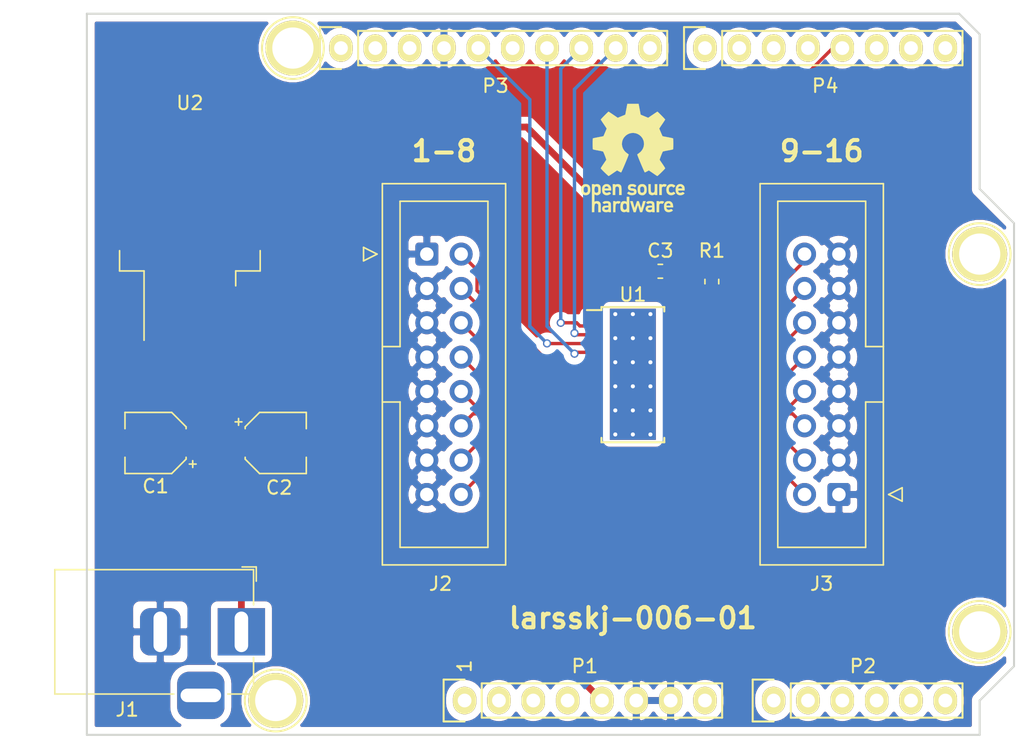
<source format=kicad_pcb>
(kicad_pcb (version 20171130) (host pcbnew 5.1.6-c6e7f7d~87~ubuntu20.04.1)
  (title_block (date "lun. 30 mars 2015"))
  (layers (0 F.Cu signal) (31 B.Cu signal) (34 B.Paste user) (35 F.Paste user) (36 B.SilkS user) (37 F.SilkS user) (38 B.Mask user) (39 F.Mask user) (44 Edge.Cuts user))
  (net 0 "")
  (net 1 GND)
  (net 2 "Net-(P5-Pad1)")
  (net 3 "Net-(P6-Pad1)")
  (net 4 "Net-(P7-Pad1)")
  (net 5 "Net-(P8-Pad1)")
  (net 6 "Net-(P1-Pad1)")
  (net 7 "Net-(C1-Pad1)")
  (net 8 VCC)
  (net 9 "Net-(J2-Pad2)")
  (net 10 "Net-(J2-Pad4)")
  (net 11 "Net-(J2-Pad6)")
  (net 12 "Net-(J2-Pad8)")
  (net 13 "Net-(J2-Pad10)")
  (net 14 "Net-(J2-Pad12)")
  (net 15 "Net-(J2-Pad14)")
  (net 16 "Net-(J2-Pad16)")
  (net 17 "Net-(J3-Pad16)")
  (net 18 "Net-(J3-Pad14)")
  (net 19 "Net-(J3-Pad12)")
  (net 20 "Net-(J3-Pad10)")
  (net 21 "Net-(J3-Pad8)")
  (net 22 "Net-(J3-Pad6)")
  (net 23 "Net-(J3-Pad4)")
  (net 24 "Net-(J3-Pad2)")
  (net 25 "Net-(P3-Pad1)")
  (net 26 "Net-(U1-Pad6)")
  (net 27 "Net-(U1-Pad23)")
  (net 28 "Net-(U1-Pad24)")
  (net 29 "Net-(U1-Pad26)")
  (net 30 "Net-(U1-Pad29)")
  (net 31 "Net-(R1-Pad1)")
  (net 32 "Net-(P3-Pad2)")
  (net 33 "Net-(P3-Pad3)")
  (net 34 "Net-(P3-Pad5)")
  (net 35 "Net-(P3-Pad6)")
  (net 36 "Net-(P3-Pad7)")
  (net 37 "Net-(P3-Pad8)")
  (net 38 "Net-(P3-Pad9)")
  (net 39 "Net-(P3-Pad10)")
  (net 40 "Net-(P4-Pad1)")
  (net 41 "Net-(P4-Pad2)")
  (net 42 "Net-(P4-Pad3)")
  (net 43 "Net-(P4-Pad4)")
  (net 44 "Net-(P4-Pad5)")
  (net 45 "Net-(P4-Pad6)")
  (net 46 "Net-(P4-Pad7)")
  (net 47 "Net-(P4-Pad8)")
  (net 48 "Net-(P1-Pad2)")
  (net 49 "Net-(P1-Pad3)")
  (net 50 "Net-(P1-Pad4)")
  (net 51 "Net-(P1-Pad8)")
  (net 52 "Net-(P2-Pad1)")
  (net 53 "Net-(P2-Pad2)")
  (net 54 "Net-(P2-Pad3)")
  (net 55 "Net-(P2-Pad4)")
  (net 56 "Net-(P2-Pad5)")
  (net 57 "Net-(P2-Pad6)")
  (module Symbol:OSHW-Logo_7.5x8mm_SilkScreen (layer F.Cu) (at 151.384 83.693)
    (fp_text reference REF** hide)
    (fp_text value OSHW-Logo_7.5x8mm_SilkScreen hide)
  )
  (module Resistor_SMD:R_0603_1608Metric (layer F.Cu) (at 157.226 92.837 90)
    (fp_text reference R1 (at 2.286 0 180) (layer F.SilkS))
    (fp_text value 2.2K)
    (pad 2 smd roundrect (at 0.7875 0 90) (size 0.875 0.95) (layers F.Cu F.Paste F.Mask) (net 1 GND))
    (pad 1 smd roundrect (at -0.7875 0 90) (size 0.875 0.95) (layers F.Cu F.Paste F.Mask) (net 31 "Net-(R1-Pad1)"))
  )
  (module Socket_Arduino_Uno:Socket_Strip_Arduino_1x08 (layer F.Cu) (at 138.938 123.825)
    (fp_text reference P1 (at 8.89 -2.54) (layer F.SilkS))
    (fp_text value Power)
    (pad 1 thru_hole oval (at 0 0) (size 1.7272 2.032) (drill 1.016) (layers *.Cu *.Mask F.SilkS) (net 6 "Net-(P1-Pad1)"))
    (pad 2 thru_hole oval (at 2.54 0) (size 1.7272 2.032) (drill 1.016) (layers *.Cu *.Mask F.SilkS) (net 48 "Net-(P1-Pad2)"))
    (pad 3 thru_hole oval (at 5.08 0) (size 1.7272 2.032) (drill 1.016) (layers *.Cu *.Mask F.SilkS) (net 49 "Net-(P1-Pad3)"))
    (pad 4 thru_hole oval (at 7.62 0) (size 1.7272 2.032) (drill 1.016) (layers *.Cu *.Mask F.SilkS) (net 50 "Net-(P1-Pad4)"))
    (pad 5 thru_hole oval (at 10.16 0) (size 1.7272 2.032) (drill 1.016) (layers *.Cu *.Mask F.SilkS) (net 8 VCC))
    (pad 6 thru_hole oval (at 12.7 0) (size 1.7272 2.032) (drill 1.016) (layers *.Cu *.Mask F.SilkS) (net 1 GND))
    (pad 7 thru_hole oval (at 15.24 0) (size 1.7272 2.032) (drill 1.016) (layers *.Cu *.Mask F.SilkS) (net 1 GND))
    (pad 8 thru_hole oval (at 17.78 0) (size 1.7272 2.032) (drill 1.016) (layers *.Cu *.Mask F.SilkS) (net 51 "Net-(P1-Pad8)"))
  )
  (module Socket_Arduino_Uno:Socket_Strip_Arduino_1x06 (layer F.Cu) (at 161.798 123.825)
    (fp_text reference P2 (at 6.604 -2.54) (layer F.SilkS))
    (fp_text value Analog)
    (pad 1 thru_hole oval (at 0 0) (size 1.7272 2.032) (drill 1.016) (layers *.Cu *.Mask F.SilkS) (net 52 "Net-(P2-Pad1)"))
    (pad 2 thru_hole oval (at 2.54 0) (size 1.7272 2.032) (drill 1.016) (layers *.Cu *.Mask F.SilkS) (net 53 "Net-(P2-Pad2)"))
    (pad 3 thru_hole oval (at 5.08 0) (size 1.7272 2.032) (drill 1.016) (layers *.Cu *.Mask F.SilkS) (net 54 "Net-(P2-Pad3)"))
    (pad 4 thru_hole oval (at 7.62 0) (size 1.7272 2.032) (drill 1.016) (layers *.Cu *.Mask F.SilkS) (net 55 "Net-(P2-Pad4)"))
    (pad 5 thru_hole oval (at 10.16 0) (size 1.7272 2.032) (drill 1.016) (layers *.Cu *.Mask F.SilkS) (net 56 "Net-(P2-Pad5)"))
    (pad 6 thru_hole oval (at 12.7 0) (size 1.7272 2.032) (drill 1.016) (layers *.Cu *.Mask F.SilkS) (net 57 "Net-(P2-Pad6)"))
  )
  (module Socket_Arduino_Uno:Socket_Strip_Arduino_1x10 (layer F.Cu) (at 129.794 75.565)
    (fp_text reference P3 (at 11.43 2.794) (layer F.SilkS))
    (fp_text value Digital)
    (pad 1 thru_hole oval (at 0 0) (size 1.7272 2.032) (drill 1.016) (layers *.Cu *.Mask F.SilkS) (net 25 "Net-(P3-Pad1)"))
    (pad 2 thru_hole oval (at 2.54 0) (size 1.7272 2.032) (drill 1.016) (layers *.Cu *.Mask F.SilkS) (net 32 "Net-(P3-Pad2)"))
    (pad 3 thru_hole oval (at 5.08 0) (size 1.7272 2.032) (drill 1.016) (layers *.Cu *.Mask F.SilkS) (net 33 "Net-(P3-Pad3)"))
    (pad 4 thru_hole oval (at 7.62 0) (size 1.7272 2.032) (drill 1.016) (layers *.Cu *.Mask F.SilkS) (net 1 GND))
    (pad 5 thru_hole oval (at 10.16 0) (size 1.7272 2.032) (drill 1.016) (layers *.Cu *.Mask F.SilkS) (net 34 "Net-(P3-Pad5)"))
    (pad 6 thru_hole oval (at 12.7 0) (size 1.7272 2.032) (drill 1.016) (layers *.Cu *.Mask F.SilkS) (net 35 "Net-(P3-Pad6)"))
    (pad 7 thru_hole oval (at 15.24 0) (size 1.7272 2.032) (drill 1.016) (layers *.Cu *.Mask F.SilkS) (net 36 "Net-(P3-Pad7)"))
    (pad 8 thru_hole oval (at 17.78 0) (size 1.7272 2.032) (drill 1.016) (layers *.Cu *.Mask F.SilkS) (net 37 "Net-(P3-Pad8)"))
    (pad 9 thru_hole oval (at 20.32 0) (size 1.7272 2.032) (drill 1.016) (layers *.Cu *.Mask F.SilkS) (net 38 "Net-(P3-Pad9)"))
    (pad 10 thru_hole oval (at 22.86 0) (size 1.7272 2.032) (drill 1.016) (layers *.Cu *.Mask F.SilkS) (net 39 "Net-(P3-Pad10)"))
  )
  (module Socket_Arduino_Uno:Socket_Strip_Arduino_1x08 (layer F.Cu) (at 156.718 75.565)
    (fp_text reference P4 (at 8.89 2.794) (layer F.SilkS))
    (fp_text value Digital)
    (pad 1 thru_hole oval (at 0 0) (size 1.7272 2.032) (drill 1.016) (layers *.Cu *.Mask F.SilkS) (net 40 "Net-(P4-Pad1)"))
    (pad 2 thru_hole oval (at 2.54 0) (size 1.7272 2.032) (drill 1.016) (layers *.Cu *.Mask F.SilkS) (net 41 "Net-(P4-Pad2)"))
    (pad 3 thru_hole oval (at 5.08 0) (size 1.7272 2.032) (drill 1.016) (layers *.Cu *.Mask F.SilkS) (net 42 "Net-(P4-Pad3)"))
    (pad 4 thru_hole oval (at 7.62 0) (size 1.7272 2.032) (drill 1.016) (layers *.Cu *.Mask F.SilkS) (net 43 "Net-(P4-Pad4)"))
    (pad 5 thru_hole oval (at 10.16 0) (size 1.7272 2.032) (drill 1.016) (layers *.Cu *.Mask F.SilkS) (net 44 "Net-(P4-Pad5)"))
    (pad 6 thru_hole oval (at 12.7 0) (size 1.7272 2.032) (drill 1.016) (layers *.Cu *.Mask F.SilkS) (net 45 "Net-(P4-Pad6)"))
    (pad 7 thru_hole oval (at 15.24 0) (size 1.7272 2.032) (drill 1.016) (layers *.Cu *.Mask F.SilkS) (net 46 "Net-(P4-Pad7)"))
    (pad 8 thru_hole oval (at 17.78 0) (size 1.7272 2.032) (drill 1.016) (layers *.Cu *.Mask F.SilkS) (net 47 "Net-(P4-Pad8)"))
  )
  (module Socket_Arduino_Uno:Arduino_1pin (layer F.Cu) (at 124.968 123.825)
    (fp_text reference P5 hide)
    (fp_text value CONN_01X01 hide)
    (pad 1 thru_hole circle (at 0 0) (size 4.064 4.064) (drill 3.048) (layers *.Cu *.Mask F.SilkS) (net 2 "Net-(P5-Pad1)"))
  )
  (module Socket_Arduino_Uno:Arduino_1pin (layer F.Cu) (at 177.038 118.745)
    (fp_text reference P6 hide)
    (fp_text value CONN_01X01 hide)
    (pad 1 thru_hole circle (at 0 0) (size 4.064 4.064) (drill 3.048) (layers *.Cu *.Mask F.SilkS) (net 3 "Net-(P6-Pad1)"))
  )
  (module Socket_Arduino_Uno:Arduino_1pin (layer F.Cu) (at 126.238 75.565)
    (fp_text reference P7 hide)
    (fp_text value CONN_01X01 hide)
    (pad 1 thru_hole circle (at 0 0) (size 4.064 4.064) (drill 3.048) (layers *.Cu *.Mask F.SilkS) (net 4 "Net-(P7-Pad1)"))
  )
  (module Socket_Arduino_Uno:Arduino_1pin (layer F.Cu) (at 177.038 90.805)
    (fp_text reference P8 hide)
    (fp_text value CONN_01X01 hide)
    (pad 1 thru_hole circle (at 0 0) (size 4.064 4.064) (drill 3.048) (layers *.Cu *.Mask F.SilkS) (net 5 "Net-(P8-Pad1)"))
  )
  (module Capacitor_SMD:CP_Elec_4x5.3 (layer F.Cu) (at 116.078 104.775 180)
    (fp_text reference C1 (at 0 -3.2) (layer F.SilkS))
    (fp_text value 10uF)
    (pad 1 smd roundrect (at -1.8 0 180) (size 2.6 1.6) (layers F.Cu F.Paste F.Mask) (roundrect_rratio 0.15625) (net 7 "Net-(C1-Pad1)"))
    (pad 2 smd roundrect (at 1.8 0 180) (size 2.6 1.6) (layers F.Cu F.Paste F.Mask) (roundrect_rratio 0.15625) (net 1 GND))
  )
  (module Capacitor_SMD:CP_Elec_4x5.3 (layer F.Cu) (at 124.968 104.775)
    (fp_text reference C2 (at 0.254 3.302) (layer F.SilkS))
    (fp_text value 10uF)
    (pad 2 smd roundrect (at 1.8 0) (size 2.6 1.6) (layers F.Cu F.Paste F.Mask) (roundrect_rratio 0.15625) (net 1 GND))
    (pad 1 smd roundrect (at -1.8 0) (size 2.6 1.6) (layers F.Cu F.Paste F.Mask) (roundrect_rratio 0.15625) (net 8 VCC))
  )
  (module Resistor_SMD:R_0603_1608Metric (layer F.Cu) (at 153.416 92.075 180)
    (fp_text reference C3 (at 0 1.524) (layer F.SilkS))
    (fp_text value 0.1uF)
    (pad 1 smd roundrect (at -0.7875 0 180) (size 0.875 0.95) (layers F.Cu F.Paste F.Mask) (net 8 VCC))
    (pad 2 smd roundrect (at 0.7875 0 180) (size 0.875 0.95) (layers F.Cu F.Paste F.Mask) (net 1 GND))
  )
  (module Connector_BarrelJack:BarrelJack_Horizontal (layer F.Cu) (at 122.428 118.745)
    (fp_text reference J1 (at -8.45 5.75) (layer F.SilkS))
    (fp_text value Barrel_Jack)
    (pad 1 thru_hole rect (at 0 0) (size 3.5 3.5) (drill oval 1 3) (layers *.Cu *.Mask) (net 7 "Net-(C1-Pad1)"))
    (pad 2 thru_hole roundrect (at -6 0) (size 3 3.5) (drill oval 1 3) (layers *.Cu *.Mask) (net 1 GND))
    (pad 3 thru_hole roundrect (at -3 4.7) (size 3.5 3.5) (drill oval 3 1) (layers *.Cu *.Mask))
  )
  (module Connector_IDC:IDC-Header_2x08_P2.54mm_Vertical (layer F.Cu) (at 136.144 90.805)
    (fp_text reference J2 (at 1.016 24.384) (layer F.SilkS))
    (fp_text value "IDC 16 pin")
    (pad 1 thru_hole roundrect (at 0 0) (size 1.7 1.7) (drill 1) (layers *.Cu *.Mask) (roundrect_rratio 0.147059) (net 1 GND))
    (pad 3 thru_hole circle (at 0 2.54) (size 1.7 1.7) (drill 1) (layers *.Cu *.Mask) (net 1 GND))
    (pad 5 thru_hole circle (at 0 5.08) (size 1.7 1.7) (drill 1) (layers *.Cu *.Mask) (net 1 GND))
    (pad 7 thru_hole circle (at 0 7.62) (size 1.7 1.7) (drill 1) (layers *.Cu *.Mask) (net 1 GND))
    (pad 9 thru_hole circle (at 0 10.16) (size 1.7 1.7) (drill 1) (layers *.Cu *.Mask) (net 1 GND))
    (pad 11 thru_hole circle (at 0 12.7) (size 1.7 1.7) (drill 1) (layers *.Cu *.Mask) (net 1 GND))
    (pad 13 thru_hole circle (at 0 15.24) (size 1.7 1.7) (drill 1) (layers *.Cu *.Mask) (net 1 GND))
    (pad 15 thru_hole circle (at 0 17.78) (size 1.7 1.7) (drill 1) (layers *.Cu *.Mask) (net 1 GND))
    (pad 2 thru_hole circle (at 2.54 0) (size 1.7 1.7) (drill 1) (layers *.Cu *.Mask) (net 9 "Net-(J2-Pad2)"))
    (pad 4 thru_hole circle (at 2.54 2.54) (size 1.7 1.7) (drill 1) (layers *.Cu *.Mask) (net 10 "Net-(J2-Pad4)"))
    (pad 6 thru_hole circle (at 2.54 5.08) (size 1.7 1.7) (drill 1) (layers *.Cu *.Mask) (net 11 "Net-(J2-Pad6)"))
    (pad 8 thru_hole circle (at 2.54 7.62) (size 1.7 1.7) (drill 1) (layers *.Cu *.Mask) (net 12 "Net-(J2-Pad8)"))
    (pad 10 thru_hole circle (at 2.54 10.16) (size 1.7 1.7) (drill 1) (layers *.Cu *.Mask) (net 13 "Net-(J2-Pad10)"))
    (pad 12 thru_hole circle (at 2.54 12.7) (size 1.7 1.7) (drill 1) (layers *.Cu *.Mask) (net 14 "Net-(J2-Pad12)"))
    (pad 14 thru_hole circle (at 2.54 15.24) (size 1.7 1.7) (drill 1) (layers *.Cu *.Mask) (net 15 "Net-(J2-Pad14)"))
    (pad 16 thru_hole circle (at 2.54 17.78) (size 1.7 1.7) (drill 1) (layers *.Cu *.Mask) (net 16 "Net-(J2-Pad16)"))
  )
  (module Connector_IDC:IDC-Header_2x08_P2.54mm_Vertical (layer F.Cu) (at 166.624 108.585 180)
    (fp_text reference J3 (at 1.27 -6.604) (layer F.SilkS))
    (fp_text value "IDC 16 pin")
    (pad 16 thru_hole circle (at 2.54 17.78 180) (size 1.7 1.7) (drill 1) (layers *.Cu *.Mask) (net 17 "Net-(J3-Pad16)"))
    (pad 14 thru_hole circle (at 2.54 15.24 180) (size 1.7 1.7) (drill 1) (layers *.Cu *.Mask) (net 18 "Net-(J3-Pad14)"))
    (pad 12 thru_hole circle (at 2.54 12.7 180) (size 1.7 1.7) (drill 1) (layers *.Cu *.Mask) (net 19 "Net-(J3-Pad12)"))
    (pad 10 thru_hole circle (at 2.54 10.16 180) (size 1.7 1.7) (drill 1) (layers *.Cu *.Mask) (net 20 "Net-(J3-Pad10)"))
    (pad 8 thru_hole circle (at 2.54 7.62 180) (size 1.7 1.7) (drill 1) (layers *.Cu *.Mask) (net 21 "Net-(J3-Pad8)"))
    (pad 6 thru_hole circle (at 2.54 5.08 180) (size 1.7 1.7) (drill 1) (layers *.Cu *.Mask) (net 22 "Net-(J3-Pad6)"))
    (pad 4 thru_hole circle (at 2.54 2.54 180) (size 1.7 1.7) (drill 1) (layers *.Cu *.Mask) (net 23 "Net-(J3-Pad4)"))
    (pad 2 thru_hole circle (at 2.54 0 180) (size 1.7 1.7) (drill 1) (layers *.Cu *.Mask) (net 24 "Net-(J3-Pad2)"))
    (pad 15 thru_hole circle (at 0 17.78 180) (size 1.7 1.7) (drill 1) (layers *.Cu *.Mask) (net 1 GND))
    (pad 13 thru_hole circle (at 0 15.24 180) (size 1.7 1.7) (drill 1) (layers *.Cu *.Mask) (net 1 GND))
    (pad 11 thru_hole circle (at 0 12.7 180) (size 1.7 1.7) (drill 1) (layers *.Cu *.Mask) (net 1 GND))
    (pad 9 thru_hole circle (at 0 10.16 180) (size 1.7 1.7) (drill 1) (layers *.Cu *.Mask) (net 1 GND))
    (pad 7 thru_hole circle (at 0 7.62 180) (size 1.7 1.7) (drill 1) (layers *.Cu *.Mask) (net 1 GND))
    (pad 5 thru_hole circle (at 0 5.08 180) (size 1.7 1.7) (drill 1) (layers *.Cu *.Mask) (net 1 GND))
    (pad 3 thru_hole circle (at 0 2.54 180) (size 1.7 1.7) (drill 1) (layers *.Cu *.Mask) (net 1 GND))
    (pad 1 thru_hole roundrect (at 0 0 180) (size 1.7 1.7) (drill 1) (layers *.Cu *.Mask) (roundrect_rratio 0.147059) (net 1 GND))
  )
  (module Package_SO:HTSSOP-28-1EP_4.4x9.7mm_P0.65mm_EP3.4x9.5mm_Mask2.4x6.17mm_ThermalVias (layer F.Cu) (at 151.384 99.695)
    (fp_text reference U1 (at 0 -5.9) (layer F.SilkS))
    (fp_text value TLC5940)
    (pad 1 smd rect (at -2.85 -4.225) (size 1.1 0.4) (layers F.Cu F.Paste F.Mask) (net 1 GND))
    (pad 2 smd rect (at -2.85 -3.575) (size 1.1 0.4) (layers F.Cu F.Paste F.Mask) (net 37 "Net-(P3-Pad8)"))
    (pad 3 smd rect (at -2.85 -2.925) (size 1.1 0.4) (layers F.Cu F.Paste F.Mask) (net 38 "Net-(P3-Pad9)"))
    (pad 4 smd rect (at -2.85 -2.275) (size 1.1 0.4) (layers F.Cu F.Paste F.Mask) (net 34 "Net-(P3-Pad5)"))
    (pad 5 smd rect (at -2.85 -1.625) (size 1.1 0.4) (layers F.Cu F.Paste F.Mask) (net 36 "Net-(P3-Pad7)"))
    (pad 6 smd rect (at -2.85 -0.975) (size 1.1 0.4) (layers F.Cu F.Paste F.Mask) (net 26 "Net-(U1-Pad6)"))
    (pad 7 smd rect (at -2.85 -0.325) (size 1.1 0.4) (layers F.Cu F.Paste F.Mask) (net 9 "Net-(J2-Pad2)"))
    (pad 8 smd rect (at -2.85 0.325) (size 1.1 0.4) (layers F.Cu F.Paste F.Mask) (net 10 "Net-(J2-Pad4)"))
    (pad 9 smd rect (at -2.85 0.975) (size 1.1 0.4) (layers F.Cu F.Paste F.Mask) (net 11 "Net-(J2-Pad6)"))
    (pad 10 smd rect (at -2.85 1.625) (size 1.1 0.4) (layers F.Cu F.Paste F.Mask) (net 12 "Net-(J2-Pad8)"))
    (pad 11 smd rect (at -2.85 2.275) (size 1.1 0.4) (layers F.Cu F.Paste F.Mask) (net 13 "Net-(J2-Pad10)"))
    (pad 12 smd rect (at -2.85 2.925) (size 1.1 0.4) (layers F.Cu F.Paste F.Mask) (net 14 "Net-(J2-Pad12)"))
    (pad 13 smd rect (at -2.85 3.575) (size 1.1 0.4) (layers F.Cu F.Paste F.Mask) (net 15 "Net-(J2-Pad14)"))
    (pad 14 smd rect (at -2.85 4.225) (size 1.1 0.4) (layers F.Cu F.Paste F.Mask) (net 16 "Net-(J2-Pad16)"))
    (pad 15 smd rect (at 2.85 4.225) (size 1.1 0.4) (layers F.Cu F.Paste F.Mask) (net 24 "Net-(J3-Pad2)"))
    (pad 16 smd rect (at 2.85 3.575) (size 1.1 0.4) (layers F.Cu F.Paste F.Mask) (net 23 "Net-(J3-Pad4)"))
    (pad 17 smd rect (at 2.85 2.925) (size 1.1 0.4) (layers F.Cu F.Paste F.Mask) (net 22 "Net-(J3-Pad6)"))
    (pad 18 smd rect (at 2.85 2.275) (size 1.1 0.4) (layers F.Cu F.Paste F.Mask) (net 21 "Net-(J3-Pad8)"))
    (pad 19 smd rect (at 2.85 1.625) (size 1.1 0.4) (layers F.Cu F.Paste F.Mask) (net 20 "Net-(J3-Pad10)"))
    (pad 20 smd rect (at 2.85 0.975) (size 1.1 0.4) (layers F.Cu F.Paste F.Mask) (net 19 "Net-(J3-Pad12)"))
    (pad 21 smd rect (at 2.85 0.325) (size 1.1 0.4) (layers F.Cu F.Paste F.Mask) (net 18 "Net-(J3-Pad14)"))
    (pad 22 smd rect (at 2.85 -0.325) (size 1.1 0.4) (layers F.Cu F.Paste F.Mask) (net 17 "Net-(J3-Pad16)"))
    (pad 23 smd rect (at 2.85 -0.975) (size 1.1 0.4) (layers F.Cu F.Paste F.Mask) (net 27 "Net-(U1-Pad23)"))
    (pad 24 smd rect (at 2.85 -1.625) (size 1.1 0.4) (layers F.Cu F.Paste F.Mask) (net 28 "Net-(U1-Pad24)"))
    (pad 25 smd rect (at 2.85 -2.275) (size 1.1 0.4) (layers F.Cu F.Paste F.Mask) (net 44 "Net-(P4-Pad5)"))
    (pad 26 smd rect (at 2.85 -2.925) (size 1.1 0.4) (layers F.Cu F.Paste F.Mask) (net 29 "Net-(U1-Pad26)"))
    (pad 27 smd rect (at 2.85 -3.575) (size 1.1 0.4) (layers F.Cu F.Paste F.Mask) (net 31 "Net-(R1-Pad1)"))
    (pad 28 smd rect (at 2.85 -4.225) (size 1.1 0.4) (layers F.Cu F.Paste F.Mask) (net 8 VCC))
    (pad 29 smd rect (at 0 0) (size 3.4 9.7) (layers F.Cu) (net 30 "Net-(U1-Pad29)"))
    (pad 29 thru_hole circle (at -1.3 -4.45) (size 0.6 0.6) (drill 0.3) (layers *.Cu) (net 30 "Net-(U1-Pad29)"))
    (pad 29 thru_hole circle (at 0 -4.45) (size 0.6 0.6) (drill 0.3) (layers *.Cu) (net 30 "Net-(U1-Pad29)"))
    (pad 29 thru_hole circle (at 1.3 -4.45) (size 0.6 0.6) (drill 0.3) (layers *.Cu) (net 30 "Net-(U1-Pad29)"))
    (pad 29 thru_hole circle (at 1.3 -2.67) (size 0.6 0.6) (drill 0.3) (layers *.Cu) (net 30 "Net-(U1-Pad29)"))
    (pad 29 thru_hole circle (at 0 -2.67) (size 0.6 0.6) (drill 0.3) (layers *.Cu) (net 30 "Net-(U1-Pad29)"))
    (pad 29 thru_hole circle (at -1.3 -2.67) (size 0.6 0.6) (drill 0.3) (layers *.Cu) (net 30 "Net-(U1-Pad29)"))
    (pad 29 thru_hole circle (at 1.3 -0.89) (size 0.6 0.6) (drill 0.3) (layers *.Cu) (net 30 "Net-(U1-Pad29)"))
    (pad 29 thru_hole circle (at 0 -0.89) (size 0.6 0.6) (drill 0.3) (layers *.Cu) (net 30 "Net-(U1-Pad29)"))
    (pad 29 thru_hole circle (at -1.3 -0.89) (size 0.6 0.6) (drill 0.3) (layers *.Cu) (net 30 "Net-(U1-Pad29)"))
    (pad 29 thru_hole circle (at 1.3 0.89) (size 0.6 0.6) (drill 0.3) (layers *.Cu) (net 30 "Net-(U1-Pad29)"))
    (pad 29 thru_hole circle (at 0 0.89) (size 0.6 0.6) (drill 0.3) (layers *.Cu) (net 30 "Net-(U1-Pad29)"))
    (pad 29 thru_hole circle (at -1.3 0.89) (size 0.6 0.6) (drill 0.3) (layers *.Cu) (net 30 "Net-(U1-Pad29)"))
    (pad 29 thru_hole circle (at 1.3 2.67) (size 0.6 0.6) (drill 0.3) (layers *.Cu) (net 30 "Net-(U1-Pad29)"))
    (pad 29 thru_hole circle (at 0 2.67) (size 0.6 0.6) (drill 0.3) (layers *.Cu) (net 30 "Net-(U1-Pad29)"))
    (pad 29 thru_hole circle (at -1.3 2.67) (size 0.6 0.6) (drill 0.3) (layers *.Cu) (net 30 "Net-(U1-Pad29)"))
    (pad 29 thru_hole circle (at 1.3 4.45) (size 0.6 0.6) (drill 0.3) (layers *.Cu) (net 30 "Net-(U1-Pad29)"))
    (pad 29 thru_hole circle (at 0 4.45) (size 0.6 0.6) (drill 0.3) (layers *.Cu) (net 30 "Net-(U1-Pad29)"))
    (pad 29 thru_hole circle (at -1.3 4.45) (size 0.6 0.6) (drill 0.3) (layers *.Cu) (net 30 "Net-(U1-Pad29)"))
    (pad 29 smd rect (at 0 0) (size 3.4 9.7) (layers B.Cu) (net 30 "Net-(U1-Pad29)"))
  )
  (module Package_TO_SOT_SMD:TO-263-2 (layer F.Cu) (at 118.618 89.1 90)
    (fp_text reference U2 (at 9.471 0 180) (layer F.SilkS))
    (fp_text value LM7805)
    (pad 1 smd rect (at -5.775 -2.54 90) (size 4.6 1.1) (layers F.Cu F.Paste F.Mask) (net 7 "Net-(C1-Pad1)"))
    (pad 3 smd rect (at -5.775 2.54 90) (size 4.6 1.1) (layers F.Cu F.Paste F.Mask) (net 8 VCC))
    (pad 2 smd rect (at 3.375 0 90) (size 9.4 10.8) (layers F.Cu F.Mask) (net 1 GND))
  )
  (gr_text 9-16 (at 165.354 83.185) (layer F.SilkS) (effects (font (size 1.5 1.5) (thickness 0.3))))
  (gr_text 1-8 (at 137.414 83.185) (layer F.SilkS) (effects (font (size 1.5 1.5) (thickness 0.3))))
  (gr_text larsskj-006-01 (at 151.384 117.729) (layer F.SilkS) (effects (font (size 1.5 1.5) (thickness 0.3))))
  (gr_text 1 (at 138.938 121.285 90) (layer F.SilkS) (effects (font (size 1 1))))
  (gr_line (start 177.038 74.549) (end 175.514 73.025) (angle 90) (layer Edge.Cuts) (width 0.15))
  (gr_line (start 177.038 85.979) (end 177.038 74.549) (angle 90) (layer Edge.Cuts) (width 0.15))
  (gr_line (start 179.578 88.519) (end 177.038 85.979) (angle 90) (layer Edge.Cuts) (width 0.15))
  (gr_line (start 179.578 121.285) (end 179.578 88.519) (angle 90) (layer Edge.Cuts) (width 0.15))
  (gr_line (start 177.038 123.825) (end 179.578 121.285) (angle 90) (layer Edge.Cuts) (width 0.15))
  (gr_line (start 177.038 126.365) (end 177.038 123.825) (angle 90) (layer Edge.Cuts) (width 0.15))
  (gr_line (start 110.998 126.365) (end 177.038 126.365) (angle 90) (layer Edge.Cuts) (width 0.15))
  (gr_line (start 110.998 73.025) (end 110.998 126.365) (angle 90) (layer Edge.Cuts) (width 0.15))
  (gr_line (start 175.514 73.025) (end 110.998 73.025) (angle 90) (layer Edge.Cuts) (width 0.15))
  (segment (start 151.479 92.075) (end 152.6285 92.075) (width 0.25) (layer F.Cu) (net 1))
  (segment (start 148.534 95.02) (end 151.479 92.075) (width 0.25) (layer F.Cu) (net 1))
  (segment (start 148.534 95.47) (end 148.534 95.02) (width 0.25) (layer F.Cu) (net 1))
  (segment (start 122.428 118.745) (end 122.428 113.157) (width 0.5) (layer F.Cu) (net 7))
  (segment (start 122.428 113.157) (end 117.856 108.585) (width 0.5) (layer F.Cu) (net 7))
  (segment (start 117.856 104.797) (end 117.878 104.775) (width 0.5) (layer F.Cu) (net 7))
  (segment (start 117.856 108.585) (end 117.856 104.797) (width 0.5) (layer F.Cu) (net 7))
  (segment (start 117.878 104.775) (end 117.878 100.943) (width 0.5) (layer F.Cu) (net 7))
  (segment (start 117.878 100.943) (end 116.078 99.143) (width 0.5) (layer F.Cu) (net 7))
  (segment (start 116.078 99.143) (end 116.078 94.875) (width 0.5) (layer F.Cu) (net 7))
  (segment (start 123.168 104.775) (end 123.168 100.987) (width 0.5) (layer F.Cu) (net 8))
  (segment (start 123.168 100.987) (end 121.158 98.977) (width 0.5) (layer F.Cu) (net 8))
  (segment (start 121.158 98.977) (end 121.158 94.875) (width 0.5) (layer F.Cu) (net 8))
  (segment (start 121.9005 94.1325) (end 121.158 94.875) (width 0.5) (layer F.Cu) (net 8))
  (segment (start 123.168 104.775) (end 123.168 108.817) (width 0.5) (layer F.Cu) (net 8))
  (segment (start 123.168 108.817) (end 132.842 118.491) (width 0.5) (layer F.Cu) (net 8))
  (segment (start 143.764 118.491) (end 149.098 123.825) (width 0.5) (layer F.Cu) (net 8))
  (segment (start 132.842 118.491) (end 143.764 118.491) (width 0.5) (layer F.Cu) (net 8))
  (segment (start 121.158 94.875) (end 124.708 94.875) (width 0.5) (layer F.Cu) (net 8))
  (segment (start 124.708 94.875) (end 128.524 91.059) (width 0.5) (layer F.Cu) (net 8))
  (segment (start 128.524 91.059) (end 128.524 85.471) (width 0.5) (layer F.Cu) (net 8))
  (segment (start 128.524 85.471) (end 132.588 81.407) (width 0.5) (layer F.Cu) (net 8))
  (segment (start 143.5355 81.407) (end 154.2035 92.075) (width 0.5) (layer F.Cu) (net 8))
  (segment (start 132.588 81.407) (end 143.5355 81.407) (width 0.5) (layer F.Cu) (net 8))
  (segment (start 154.2035 95.4395) (end 154.234 95.47) (width 0.5) (layer F.Cu) (net 8))
  (segment (start 154.2035 92.075) (end 154.2035 95.4395) (width 0.5) (layer F.Cu) (net 8))
  (segment (start 148.661 99.37) (end 148.785999 99.245001) (width 0.25) (layer F.Cu) (net 9))
  (segment (start 148.534 99.37) (end 148.661 99.37) (width 0.25) (layer F.Cu) (net 9))
  (segment (start 148.785999 99.245001) (end 145.600001 99.245001) (width 0.25) (layer F.Cu) (net 9))
  (segment (start 139.859001 91.980001) (end 138.684 90.805) (width 0.25) (layer F.Cu) (net 9))
  (segment (start 139.859001 93.504001) (end 139.859001 91.980001) (width 0.25) (layer F.Cu) (net 9))
  (segment (start 145.600001 99.245001) (end 139.859001 93.504001) (width 0.25) (layer F.Cu) (net 9))
  (segment (start 145.359 100.02) (end 138.684 93.345) (width 0.25) (layer F.Cu) (net 10))
  (segment (start 148.534 100.02) (end 145.359 100.02) (width 0.25) (layer F.Cu) (net 10))
  (segment (start 138.684 96.494134) (end 138.684 95.885) (width 0.25) (layer B.Cu) (net 11))
  (segment (start 143.469 100.67) (end 138.684 95.885) (width 0.25) (layer F.Cu) (net 11))
  (segment (start 148.534 100.67) (end 143.469 100.67) (width 0.25) (layer F.Cu) (net 11))
  (segment (start 148.534 101.342) (end 148.205 101.342) (width 0.25) (layer F.Cu) (net 12))
  (segment (start 141.579 101.32) (end 138.684 98.425) (width 0.25) (layer F.Cu) (net 12))
  (segment (start 148.534 101.32) (end 141.579 101.32) (width 0.25) (layer F.Cu) (net 12))
  (segment (start 139.689 101.97) (end 138.684 100.965) (width 0.25) (layer F.Cu) (net 13))
  (segment (start 148.534 101.97) (end 139.689 101.97) (width 0.25) (layer F.Cu) (net 13))
  (segment (start 139.569 102.62) (end 138.684 103.505) (width 0.25) (layer F.Cu) (net 14))
  (segment (start 148.534 102.62) (end 139.569 102.62) (width 0.25) (layer F.Cu) (net 14))
  (segment (start 141.459 103.27) (end 138.684 106.045) (width 0.25) (layer F.Cu) (net 15))
  (segment (start 148.534 103.27) (end 141.459 103.27) (width 0.25) (layer F.Cu) (net 15))
  (segment (start 138.777 108.492) (end 138.684 108.585) (width 0.25) (layer B.Cu) (net 16))
  (segment (start 143.349 103.92) (end 138.684 108.585) (width 0.25) (layer F.Cu) (net 16))
  (segment (start 148.534 103.92) (end 143.349 103.92) (width 0.25) (layer F.Cu) (net 16))
  (segment (start 154.234 99.37) (end 156.901 99.37) (width 0.25) (layer F.Cu) (net 17))
  (segment (start 156.901 99.37) (end 161.402 94.869) (width 0.25) (layer F.Cu) (net 17))
  (segment (start 161.402 94.869) (end 161.402 93.995) (width 0.25) (layer F.Cu) (net 17))
  (segment (start 164.084 91.313) (end 164.084 90.805) (width 0.25) (layer F.Cu) (net 17))
  (segment (start 161.402 93.995) (end 164.084 91.313) (width 0.25) (layer F.Cu) (net 17))
  (segment (start 157.409 100.02) (end 164.084 93.345) (width 0.25) (layer F.Cu) (net 18))
  (segment (start 154.234 100.02) (end 157.409 100.02) (width 0.25) (layer F.Cu) (net 18))
  (segment (start 159.299 100.67) (end 164.084 95.885) (width 0.25) (layer F.Cu) (net 19))
  (segment (start 154.234 100.67) (end 159.299 100.67) (width 0.25) (layer F.Cu) (net 19))
  (segment (start 161.189 101.32) (end 164.084 98.425) (width 0.25) (layer F.Cu) (net 20))
  (segment (start 154.234 101.32) (end 161.189 101.32) (width 0.25) (layer F.Cu) (net 20))
  (segment (start 163.079 101.97) (end 164.084 100.965) (width 0.25) (layer F.Cu) (net 21))
  (segment (start 154.234 101.97) (end 163.079 101.97) (width 0.25) (layer F.Cu) (net 21))
  (segment (start 163.199 102.62) (end 164.084 103.505) (width 0.25) (layer F.Cu) (net 22))
  (segment (start 154.234 102.62) (end 163.199 102.62) (width 0.25) (layer F.Cu) (net 22))
  (segment (start 161.309 103.27) (end 164.084 106.045) (width 0.25) (layer F.Cu) (net 23))
  (segment (start 154.234 103.27) (end 161.309 103.27) (width 0.25) (layer F.Cu) (net 23))
  (segment (start 159.419 103.92) (end 164.084 108.585) (width 0.25) (layer F.Cu) (net 24))
  (segment (start 154.234 103.92) (end 159.419 103.92) (width 0.25) (layer F.Cu) (net 24))
  (segment (start 157.226 94.062) (end 157.226 93.6245) (width 0.25) (layer F.Cu) (net 31))
  (segment (start 155.168 96.12) (end 157.226 94.062) (width 0.25) (layer F.Cu) (net 31))
  (segment (start 154.234 96.12) (end 155.168 96.12) (width 0.25) (layer F.Cu) (net 31))
  (via (at 145.034 97.409) (size 0.6) (drill 0.4) (layers F.Cu B.Cu) (net 34))
  (segment (start 145.045 97.42) (end 145.034 97.409) (width 0.25) (layer F.Cu) (net 34))
  (segment (start 148.534 97.42) (end 145.045 97.42) (width 0.25) (layer F.Cu) (net 34))
  (segment (start 145.034 97.409) (end 143.764 96.139) (width 0.25) (layer B.Cu) (net 34))
  (segment (start 143.764 79.375) (end 139.954 75.565) (width 0.25) (layer B.Cu) (net 34))
  (segment (start 143.764 96.139) (end 143.764 79.375) (width 0.25) (layer B.Cu) (net 34))
  (via (at 147.066 98.171) (size 0.6) (drill 0.4) (layers F.Cu B.Cu) (net 36))
  (segment (start 147.167 98.07) (end 147.066 98.171) (width 0.25) (layer F.Cu) (net 36))
  (segment (start 148.534 98.07) (end 147.167 98.07) (width 0.25) (layer F.Cu) (net 36))
  (segment (start 145.034 96.139) (end 145.034 75.565) (width 0.25) (layer B.Cu) (net 36))
  (segment (start 147.066 98.171) (end 145.034 96.139) (width 0.25) (layer B.Cu) (net 36))
  (via (at 146.05 95.885) (size 0.6) (drill 0.4) (layers F.Cu B.Cu) (net 37))
  (segment (start 147.229002 95.885) (end 146.05 95.885) (width 0.25) (layer F.Cu) (net 37))
  (segment (start 147.464002 96.12) (end 147.229002 95.885) (width 0.25) (layer F.Cu) (net 37))
  (segment (start 148.534 96.12) (end 147.464002 96.12) (width 0.25) (layer F.Cu) (net 37))
  (segment (start 146.05 77.089) (end 147.574 75.565) (width 0.25) (layer B.Cu) (net 37))
  (segment (start 146.05 95.885) (end 146.05 77.089) (width 0.25) (layer B.Cu) (net 37))
  (via (at 147.066 96.647) (size 0.6) (drill 0.4) (layers F.Cu B.Cu) (net 38))
  (segment (start 147.189 96.77) (end 147.066 96.647) (width 0.25) (layer F.Cu) (net 38))
  (segment (start 148.534 96.77) (end 147.189 96.77) (width 0.25) (layer F.Cu) (net 38))
  (segment (start 147.066 78.613) (end 150.114 75.565) (width 0.25) (layer B.Cu) (net 38))
  (segment (start 147.066 96.647) (end 147.066 78.613) (width 0.25) (layer B.Cu) (net 38))
  (segment (start 154.234 97.42) (end 156.961 97.42) (width 0.25) (layer F.Cu) (net 44))
  (segment (start 156.961 97.42) (end 159.004 95.377) (width 0.25) (layer F.Cu) (net 44))
  (segment (start 159.004 95.377) (end 159.004 82.677) (width 0.25) (layer F.Cu) (net 44))
  (segment (start 166.171348 75.565) (end 166.878 75.565) (width 0.25) (layer F.Cu) (net 44))
  (segment (start 159.059348 82.677) (end 166.171348 75.565) (width 0.25) (layer F.Cu) (net 44))
  (segment (start 159.004 82.677) (end 159.059348 82.677) (width 0.25) (layer F.Cu) (net 44))
  (zone (net 1) (net_name GND) (layer F.Cu) (connect_pads (clearance 0.508)) (min_thickness 0.254) (fill yes (arc_segments 32) (thermal_gap 0.508) (thermal_bridge_width 0.508))
    (polygon (pts (xy 180.34 127.635) (xy 110.236 127.635) (xy 110.236 72.009) (xy 180.34 72.009)))
  )
  (zone (net 1) (net_name GND) (layer B.Cu) (connect_pads (clearance 0.508)) (min_thickness 0.254) (fill yes (arc_segments 32) (thermal_gap 0.508) (thermal_bridge_width 0.508))
    (polygon (pts (xy 180.34 127.635) (xy 110.236 127.635) (xy 110.236 72.009) (xy 180.34 72.009)))
  )
)
</source>
